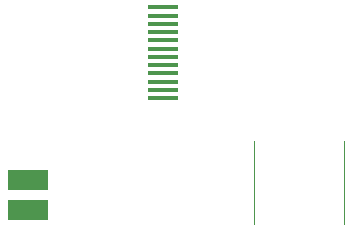
<source format=gbr>
%TF.GenerationSoftware,KiCad,Pcbnew,5.1.5+dfsg1-2~bpo10+1*%
%TF.CreationDate,Date%
%TF.ProjectId,osw,6f73772e-6b69-4636-9164-5f7063625858,1.0*%
%TF.SameCoordinates,Original*%
%TF.FileFunction,Paste,Bot*%
%TF.FilePolarity,Positive*%
%FSLAX46Y46*%
G04 Gerber Fmt 4.6, Leading zero omitted, Abs format (unit mm)*
G04 Created by KiCad*
%MOMM*%
%LPD*%
G04 APERTURE LIST*
%ADD10C,0.120000*%
%ADD11R,3.400000X1.700000*%
%ADD12R,2.500000X0.350000*%
G04 APERTURE END LIST*
D10*
%TO.C,L1*%
X166700000Y-116700000D02*
X166700000Y-123700000D01*
X159100000Y-116700000D02*
X159100000Y-123700000D01*
%TD*%
D11*
%TO.C,J1*%
X140000000Y-119960000D03*
X140000000Y-122500000D03*
%TD*%
D12*
%TO.C,U4*%
X151380000Y-109570000D03*
X151380000Y-110270000D03*
X151380000Y-110970000D03*
X151380000Y-111670000D03*
X151380000Y-112370000D03*
X151380000Y-113070000D03*
X151380000Y-108870000D03*
X151380000Y-108170000D03*
X151380000Y-107470000D03*
X151380000Y-106770000D03*
X151380000Y-106070000D03*
X151380000Y-105370000D03*
%TD*%
M02*

</source>
